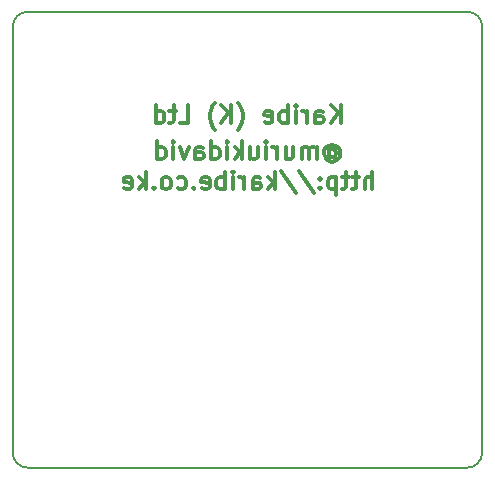
<source format=gbr>
%TF.GenerationSoftware,KiCad,Pcbnew,4.0.7*%
%TF.CreationDate,2019-01-12T03:56:20+05:00*%
%TF.ProjectId,Nokia1202_LCD,4E6F6B6961313230325F4C43442E6B69,0.1*%
%TF.FileFunction,Legend,Bot*%
%FSLAX46Y46*%
G04 Gerber Fmt 4.6, Leading zero omitted, Abs format (unit mm)*
G04 Created by KiCad (PCBNEW 4.0.7) date Sat Jan 12 03:56:20 2019*
%MOMM*%
%LPD*%
G01*
G04 APERTURE LIST*
%ADD10C,0.100000*%
%ADD11C,0.300000*%
%ADD12C,0.150000*%
G04 APERTURE END LIST*
D10*
D11*
X115403128Y-220238971D02*
X115403128Y-218738971D01*
X114545985Y-220238971D02*
X115188842Y-219381829D01*
X114545985Y-218738971D02*
X115403128Y-219596114D01*
X113260271Y-220238971D02*
X113260271Y-219453257D01*
X113331700Y-219310400D01*
X113474557Y-219238971D01*
X113760271Y-219238971D01*
X113903128Y-219310400D01*
X113260271Y-220167543D02*
X113403128Y-220238971D01*
X113760271Y-220238971D01*
X113903128Y-220167543D01*
X113974557Y-220024686D01*
X113974557Y-219881829D01*
X113903128Y-219738971D01*
X113760271Y-219667543D01*
X113403128Y-219667543D01*
X113260271Y-219596114D01*
X112545985Y-220238971D02*
X112545985Y-219238971D01*
X112545985Y-219524686D02*
X112474557Y-219381829D01*
X112403128Y-219310400D01*
X112260271Y-219238971D01*
X112117414Y-219238971D01*
X111617414Y-220238971D02*
X111617414Y-219238971D01*
X111617414Y-218738971D02*
X111688843Y-218810400D01*
X111617414Y-218881829D01*
X111545986Y-218810400D01*
X111617414Y-218738971D01*
X111617414Y-218881829D01*
X110903128Y-220238971D02*
X110903128Y-218738971D01*
X110903128Y-219310400D02*
X110760271Y-219238971D01*
X110474557Y-219238971D01*
X110331700Y-219310400D01*
X110260271Y-219381829D01*
X110188842Y-219524686D01*
X110188842Y-219953257D01*
X110260271Y-220096114D01*
X110331700Y-220167543D01*
X110474557Y-220238971D01*
X110760271Y-220238971D01*
X110903128Y-220167543D01*
X108974557Y-220167543D02*
X109117414Y-220238971D01*
X109403128Y-220238971D01*
X109545985Y-220167543D01*
X109617414Y-220024686D01*
X109617414Y-219453257D01*
X109545985Y-219310400D01*
X109403128Y-219238971D01*
X109117414Y-219238971D01*
X108974557Y-219310400D01*
X108903128Y-219453257D01*
X108903128Y-219596114D01*
X109617414Y-219738971D01*
X106688843Y-220810400D02*
X106760271Y-220738971D01*
X106903128Y-220524686D01*
X106974557Y-220381829D01*
X107045986Y-220167543D01*
X107117414Y-219810400D01*
X107117414Y-219524686D01*
X107045986Y-219167543D01*
X106974557Y-218953257D01*
X106903128Y-218810400D01*
X106760271Y-218596114D01*
X106688843Y-218524686D01*
X106117414Y-220238971D02*
X106117414Y-218738971D01*
X105260271Y-220238971D02*
X105903128Y-219381829D01*
X105260271Y-218738971D02*
X106117414Y-219596114D01*
X104760271Y-220810400D02*
X104688843Y-220738971D01*
X104545986Y-220524686D01*
X104474557Y-220381829D01*
X104403128Y-220167543D01*
X104331700Y-219810400D01*
X104331700Y-219524686D01*
X104403128Y-219167543D01*
X104474557Y-218953257D01*
X104545986Y-218810400D01*
X104688843Y-218596114D01*
X104760271Y-218524686D01*
X101760271Y-220238971D02*
X102474557Y-220238971D01*
X102474557Y-218738971D01*
X101474557Y-219238971D02*
X100903128Y-219238971D01*
X101260271Y-218738971D02*
X101260271Y-220024686D01*
X101188843Y-220167543D01*
X101045985Y-220238971D01*
X100903128Y-220238971D01*
X99760271Y-220238971D02*
X99760271Y-218738971D01*
X99760271Y-220167543D02*
X99903128Y-220238971D01*
X100188842Y-220238971D01*
X100331700Y-220167543D01*
X100403128Y-220096114D01*
X100474557Y-219953257D01*
X100474557Y-219524686D01*
X100403128Y-219381829D01*
X100331700Y-219310400D01*
X100188842Y-219238971D01*
X99903128Y-219238971D01*
X99760271Y-219310400D01*
X114380115Y-222593086D02*
X114451543Y-222521657D01*
X114594400Y-222450229D01*
X114737258Y-222450229D01*
X114880115Y-222521657D01*
X114951543Y-222593086D01*
X115022972Y-222735943D01*
X115022972Y-222878800D01*
X114951543Y-223021657D01*
X114880115Y-223093086D01*
X114737258Y-223164514D01*
X114594400Y-223164514D01*
X114451543Y-223093086D01*
X114380115Y-223021657D01*
X114380115Y-222450229D02*
X114380115Y-223021657D01*
X114308686Y-223093086D01*
X114237258Y-223093086D01*
X114094400Y-223021657D01*
X114022972Y-222878800D01*
X114022972Y-222521657D01*
X114165829Y-222307371D01*
X114380115Y-222164514D01*
X114665829Y-222093086D01*
X114951543Y-222164514D01*
X115165829Y-222307371D01*
X115308686Y-222521657D01*
X115380115Y-222807371D01*
X115308686Y-223093086D01*
X115165829Y-223307371D01*
X114951543Y-223450229D01*
X114665829Y-223521657D01*
X114380115Y-223450229D01*
X114165829Y-223307371D01*
X113380115Y-223307371D02*
X113380115Y-222307371D01*
X113380115Y-222450229D02*
X113308687Y-222378800D01*
X113165829Y-222307371D01*
X112951544Y-222307371D01*
X112808687Y-222378800D01*
X112737258Y-222521657D01*
X112737258Y-223307371D01*
X112737258Y-222521657D02*
X112665829Y-222378800D01*
X112522972Y-222307371D01*
X112308687Y-222307371D01*
X112165829Y-222378800D01*
X112094401Y-222521657D01*
X112094401Y-223307371D01*
X110737258Y-222307371D02*
X110737258Y-223307371D01*
X111380115Y-222307371D02*
X111380115Y-223093086D01*
X111308687Y-223235943D01*
X111165829Y-223307371D01*
X110951544Y-223307371D01*
X110808687Y-223235943D01*
X110737258Y-223164514D01*
X110022972Y-223307371D02*
X110022972Y-222307371D01*
X110022972Y-222593086D02*
X109951544Y-222450229D01*
X109880115Y-222378800D01*
X109737258Y-222307371D01*
X109594401Y-222307371D01*
X109094401Y-223307371D02*
X109094401Y-222307371D01*
X109094401Y-221807371D02*
X109165830Y-221878800D01*
X109094401Y-221950229D01*
X109022973Y-221878800D01*
X109094401Y-221807371D01*
X109094401Y-221950229D01*
X107737258Y-222307371D02*
X107737258Y-223307371D01*
X108380115Y-222307371D02*
X108380115Y-223093086D01*
X108308687Y-223235943D01*
X108165829Y-223307371D01*
X107951544Y-223307371D01*
X107808687Y-223235943D01*
X107737258Y-223164514D01*
X107022972Y-223307371D02*
X107022972Y-221807371D01*
X106880115Y-222735943D02*
X106451544Y-223307371D01*
X106451544Y-222307371D02*
X107022972Y-222878800D01*
X105808686Y-223307371D02*
X105808686Y-222307371D01*
X105808686Y-221807371D02*
X105880115Y-221878800D01*
X105808686Y-221950229D01*
X105737258Y-221878800D01*
X105808686Y-221807371D01*
X105808686Y-221950229D01*
X104451543Y-223307371D02*
X104451543Y-221807371D01*
X104451543Y-223235943D02*
X104594400Y-223307371D01*
X104880114Y-223307371D01*
X105022972Y-223235943D01*
X105094400Y-223164514D01*
X105165829Y-223021657D01*
X105165829Y-222593086D01*
X105094400Y-222450229D01*
X105022972Y-222378800D01*
X104880114Y-222307371D01*
X104594400Y-222307371D01*
X104451543Y-222378800D01*
X103094400Y-223307371D02*
X103094400Y-222521657D01*
X103165829Y-222378800D01*
X103308686Y-222307371D01*
X103594400Y-222307371D01*
X103737257Y-222378800D01*
X103094400Y-223235943D02*
X103237257Y-223307371D01*
X103594400Y-223307371D01*
X103737257Y-223235943D01*
X103808686Y-223093086D01*
X103808686Y-222950229D01*
X103737257Y-222807371D01*
X103594400Y-222735943D01*
X103237257Y-222735943D01*
X103094400Y-222664514D01*
X102522971Y-222307371D02*
X102165828Y-223307371D01*
X101808686Y-222307371D01*
X101237257Y-223307371D02*
X101237257Y-222307371D01*
X101237257Y-221807371D02*
X101308686Y-221878800D01*
X101237257Y-221950229D01*
X101165829Y-221878800D01*
X101237257Y-221807371D01*
X101237257Y-221950229D01*
X99880114Y-223307371D02*
X99880114Y-221807371D01*
X99880114Y-223235943D02*
X100022971Y-223307371D01*
X100308685Y-223307371D01*
X100451543Y-223235943D01*
X100522971Y-223164514D01*
X100594400Y-223021657D01*
X100594400Y-222593086D01*
X100522971Y-222450229D01*
X100451543Y-222378800D01*
X100308685Y-222307371D01*
X100022971Y-222307371D01*
X99880114Y-222378800D01*
X118094401Y-225857371D02*
X118094401Y-224357371D01*
X117451544Y-225857371D02*
X117451544Y-225071657D01*
X117522973Y-224928800D01*
X117665830Y-224857371D01*
X117880115Y-224857371D01*
X118022973Y-224928800D01*
X118094401Y-225000229D01*
X116951544Y-224857371D02*
X116380115Y-224857371D01*
X116737258Y-224357371D02*
X116737258Y-225643086D01*
X116665830Y-225785943D01*
X116522972Y-225857371D01*
X116380115Y-225857371D01*
X116094401Y-224857371D02*
X115522972Y-224857371D01*
X115880115Y-224357371D02*
X115880115Y-225643086D01*
X115808687Y-225785943D01*
X115665829Y-225857371D01*
X115522972Y-225857371D01*
X115022972Y-224857371D02*
X115022972Y-226357371D01*
X115022972Y-224928800D02*
X114880115Y-224857371D01*
X114594401Y-224857371D01*
X114451544Y-224928800D01*
X114380115Y-225000229D01*
X114308686Y-225143086D01*
X114308686Y-225571657D01*
X114380115Y-225714514D01*
X114451544Y-225785943D01*
X114594401Y-225857371D01*
X114880115Y-225857371D01*
X115022972Y-225785943D01*
X113665829Y-225714514D02*
X113594401Y-225785943D01*
X113665829Y-225857371D01*
X113737258Y-225785943D01*
X113665829Y-225714514D01*
X113665829Y-225857371D01*
X113665829Y-224928800D02*
X113594401Y-225000229D01*
X113665829Y-225071657D01*
X113737258Y-225000229D01*
X113665829Y-224928800D01*
X113665829Y-225071657D01*
X111880115Y-224285943D02*
X113165829Y-226214514D01*
X110308686Y-224285943D02*
X111594400Y-226214514D01*
X109808685Y-225857371D02*
X109808685Y-224357371D01*
X109665828Y-225285943D02*
X109237257Y-225857371D01*
X109237257Y-224857371D02*
X109808685Y-225428800D01*
X107951542Y-225857371D02*
X107951542Y-225071657D01*
X108022971Y-224928800D01*
X108165828Y-224857371D01*
X108451542Y-224857371D01*
X108594399Y-224928800D01*
X107951542Y-225785943D02*
X108094399Y-225857371D01*
X108451542Y-225857371D01*
X108594399Y-225785943D01*
X108665828Y-225643086D01*
X108665828Y-225500229D01*
X108594399Y-225357371D01*
X108451542Y-225285943D01*
X108094399Y-225285943D01*
X107951542Y-225214514D01*
X107237256Y-225857371D02*
X107237256Y-224857371D01*
X107237256Y-225143086D02*
X107165828Y-225000229D01*
X107094399Y-224928800D01*
X106951542Y-224857371D01*
X106808685Y-224857371D01*
X106308685Y-225857371D02*
X106308685Y-224857371D01*
X106308685Y-224357371D02*
X106380114Y-224428800D01*
X106308685Y-224500229D01*
X106237257Y-224428800D01*
X106308685Y-224357371D01*
X106308685Y-224500229D01*
X105594399Y-225857371D02*
X105594399Y-224357371D01*
X105594399Y-224928800D02*
X105451542Y-224857371D01*
X105165828Y-224857371D01*
X105022971Y-224928800D01*
X104951542Y-225000229D01*
X104880113Y-225143086D01*
X104880113Y-225571657D01*
X104951542Y-225714514D01*
X105022971Y-225785943D01*
X105165828Y-225857371D01*
X105451542Y-225857371D01*
X105594399Y-225785943D01*
X103665828Y-225785943D02*
X103808685Y-225857371D01*
X104094399Y-225857371D01*
X104237256Y-225785943D01*
X104308685Y-225643086D01*
X104308685Y-225071657D01*
X104237256Y-224928800D01*
X104094399Y-224857371D01*
X103808685Y-224857371D01*
X103665828Y-224928800D01*
X103594399Y-225071657D01*
X103594399Y-225214514D01*
X104308685Y-225357371D01*
X102951542Y-225714514D02*
X102880114Y-225785943D01*
X102951542Y-225857371D01*
X103022971Y-225785943D01*
X102951542Y-225714514D01*
X102951542Y-225857371D01*
X101594399Y-225785943D02*
X101737256Y-225857371D01*
X102022970Y-225857371D01*
X102165828Y-225785943D01*
X102237256Y-225714514D01*
X102308685Y-225571657D01*
X102308685Y-225143086D01*
X102237256Y-225000229D01*
X102165828Y-224928800D01*
X102022970Y-224857371D01*
X101737256Y-224857371D01*
X101594399Y-224928800D01*
X100737256Y-225857371D02*
X100880114Y-225785943D01*
X100951542Y-225714514D01*
X101022971Y-225571657D01*
X101022971Y-225143086D01*
X100951542Y-225000229D01*
X100880114Y-224928800D01*
X100737256Y-224857371D01*
X100522971Y-224857371D01*
X100380114Y-224928800D01*
X100308685Y-225000229D01*
X100237256Y-225143086D01*
X100237256Y-225571657D01*
X100308685Y-225714514D01*
X100380114Y-225785943D01*
X100522971Y-225857371D01*
X100737256Y-225857371D01*
X99594399Y-225714514D02*
X99522971Y-225785943D01*
X99594399Y-225857371D01*
X99665828Y-225785943D01*
X99594399Y-225714514D01*
X99594399Y-225857371D01*
X98880113Y-225857371D02*
X98880113Y-224357371D01*
X98737256Y-225285943D02*
X98308685Y-225857371D01*
X98308685Y-224857371D02*
X98880113Y-225428800D01*
X97094399Y-225785943D02*
X97237256Y-225857371D01*
X97522970Y-225857371D01*
X97665827Y-225785943D01*
X97737256Y-225643086D01*
X97737256Y-225071657D01*
X97665827Y-224928800D01*
X97522970Y-224857371D01*
X97237256Y-224857371D01*
X97094399Y-224928800D01*
X97022970Y-225071657D01*
X97022970Y-225214514D01*
X97737256Y-225357371D01*
D12*
X127381000Y-212090000D02*
G75*
G03X126111000Y-210820000I-1270000J0D01*
G01*
X87630000Y-248158000D02*
G75*
G03X88900000Y-249428000I1270000J0D01*
G01*
X126111000Y-249428000D02*
G75*
G03X127381000Y-248158000I0J1270000D01*
G01*
X88900000Y-210820000D02*
G75*
G03X87630000Y-212090000I0J-1270000D01*
G01*
X87630000Y-248158000D02*
X87630000Y-212090000D01*
X126111000Y-249428000D02*
X88900000Y-249428000D01*
X127381000Y-212090000D02*
X127381000Y-248158000D01*
X88900000Y-210820000D02*
X126111000Y-210820000D01*
M02*

</source>
